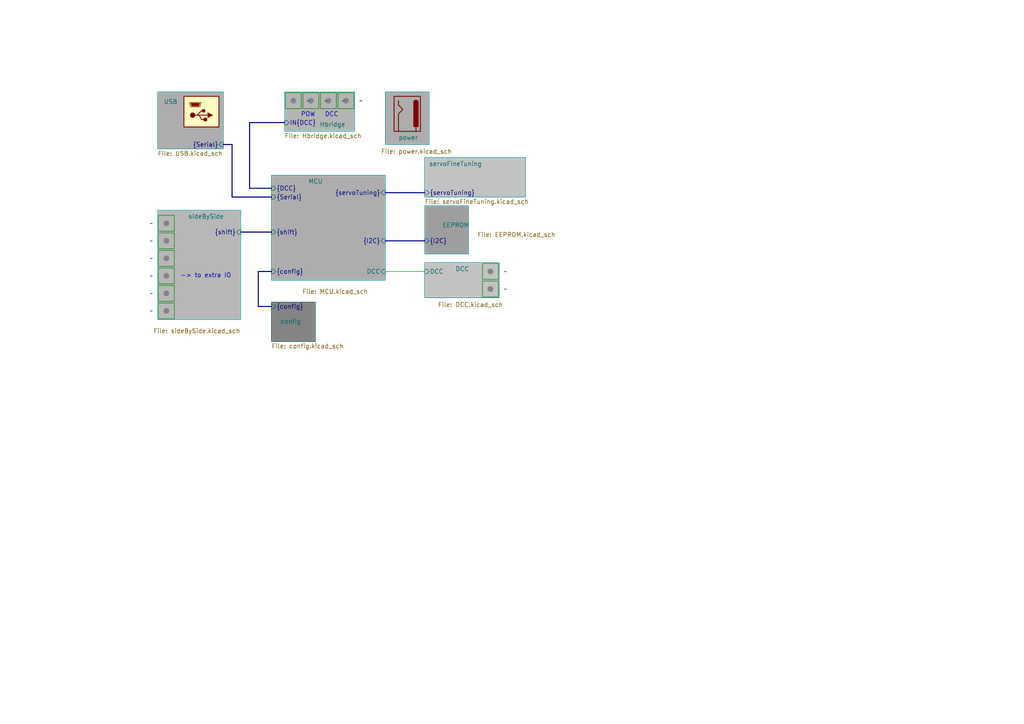
<source format=kicad_sch>
(kicad_sch (version 20231120) (generator "eeschema") (generator_version "8.0")
  (paper "A4")
  (lib_symbols
    (symbol "custom_kicad_lib_sk:Jack_symbolic" (pin_numbers hide) (pin_names (offset 0) hide) (in_bom no) (on_board no)
      (symbol "Jack_symbolic_0_1"
        (arc (start -3.302 3.175) (mid -3.9343 2.54) (end -3.302 1.905) (stroke (width 0.254)))
        (arc (start -3.302 3.175) (mid -3.9343 2.54) (end -3.302 1.905) (stroke (width 0.254)) (fill (type outline)))
        (polyline (pts (xy 5.08 2.54) (xy 3.81 2.54)) (stroke (width 0.254)))
        (polyline (pts (xy -3.81 -2.54) (xy -2.54 -2.54) (xy -1.27 -1.27) (xy 0 -2.54) (xy 2.54 -2.54) (xy 5.08 -2.54)) (stroke (width 0.254)))
        (rectangle (start 3.683 3.175) (end -3.302 1.905) (stroke (width 0.254)) (fill (type outline)))
      )
      (symbol "Jack_symbolic_1_1"
        (rectangle (start -5.08 3.81) (end 5.08 -3.81) (stroke (width 0.254)))
      )
    )
    (symbol "custom_kicad_lib_sk:USB_B_Mini_cosmetic" (pin_names (offset 1.016)) (in_bom no) (on_board no)
      (symbol "USB_B_Mini_cosmetic_0_1"
        (rectangle (start -6.35 7.62) (end 3.81 -1.27) (stroke (width 0.254)) (fill (type background)))
        (circle (center -3.81 2.159) (radius 0.635) (stroke (width 0.254)) (fill (type outline)))
        (circle (center -0.635 3.429) (radius 0.381) (stroke (width 0.254)) (fill (type outline)))
        (polyline (pts (xy -1.905 2.159) (xy 0.635 2.159)) (stroke (width 0.254)))
        (polyline (pts (xy -3.175 2.159) (xy -2.54 2.159) (xy -1.27 3.429) (xy -0.635 3.429)) (stroke (width 0.254)))
        (polyline (pts (xy -2.54 2.159) (xy -1.905 2.159) (xy -1.27 0.889) (xy 0 0.889)) (stroke (width 0.254)))
        (polyline (pts (xy 0.635 2.794) (xy 0.635 1.524) (xy 1.905 2.159) (xy 0.635 2.794)) (stroke (width 0.254)) (fill (type outline)))
        (polyline (pts (xy -4.318 5.588) (xy -1.778 5.588) (xy -2.032 4.826) (xy -4.064 4.826) (xy -4.318 5.588)) (fill (type outline)))
        (polyline (pts (xy -4.699 5.842) (xy -4.699 5.588) (xy -4.445 4.826) (xy -4.445 4.572) (xy -1.651 4.572) (xy -1.651 4.826) (xy -1.397 5.588) (xy -1.397 5.842) (xy -4.699 5.842)))
        (rectangle (start 0.254 1.27) (end -0.508 0.508) (stroke (width 0.254)) (fill (type outline)))
      )
    )
    (symbol "custom_kicad_lib_sk:screwterminal" (pin_numbers hide) (pin_names (offset 0) hide) (in_bom no) (on_board no)
      (symbol "screwterminal_1_1"
        (rectangle (start -2.3 2.3) (end 2.3 -2.3) (stroke (width 0) (color 0 132 0 1)))
        (circle (center 0 0) (radius 0.762) (stroke (width 0) (color 137 143 138 1)) (fill (type color) (color 132 132 132 1)))
      )
    )
  )
  (bus_alias "Lnet" (members "Rx" "Tx"))
  (bus_alias "servoTuning" (members "POT" "BUTTONS"))
  (bus (pts (xy 78.74 54.61) (xy 72.39 54.61)))
  (bus (pts (xy 69.85 67.31) (xy 78.74 67.31)))
  (bus (pts (xy 111.76 69.85) (xy 123.19 69.85)))
  (bus (pts (xy 78.74 78.74) (xy 74.93 78.74)))
  (bus (pts (xy 72.39 54.61) (xy 72.39 35.56)))
  (bus (pts (xy 111.76 55.88) (xy 123.19 55.88)))
  (bus (pts (xy 64.77 41.91) (xy 67.31 41.91)))
  (bus (pts (xy 67.31 41.91) (xy 67.31 57.15)))
  (bus (pts (xy 74.93 78.74) (xy 74.93 88.9)))
  (wire (pts (xy 111.76 78.74) (xy 123.19 78.74)))
  (bus (pts (xy 67.31 57.15) (xy 78.74 57.15)))
  (bus (pts (xy 72.39 35.56) (xy 82.55 35.56)))
  (bus (pts (xy 74.93 88.9) (xy 78.74 88.9)))
  (text "-> to extra IO" (at 59.69 80.01 0) (effects (font (size 1.27 1.27))))
  (text "POW   DCC" (at 92.71 33.274 0) (effects (font (size 1.27 1.27))))
  (symbol (lib_id "custom_kicad_lib_sk:screwterminal") (at 95.25 29.21 0) (unit 1) (in_bom no) (on_board no)
    (property "Reference" "u109" (effects (hide yes)))
    (property "Value" "~" (at 99.06 29.21 0) (effects (justify left)))
  )
  (symbol (lib_id "custom_kicad_lib_sk:screwterminal") (at 85.09 29.21 0) (unit 1) (in_bom no) (on_board no)
    (property "Reference" "u107" (effects (hide yes)))
    (property "Value" "~" (at 88.9 29.21 0) (effects (justify left)))
  )
  (symbol (lib_id "custom_kicad_lib_sk:screwterminal") (at 48.26 74.93 0) (mirror y) (unit 1) (in_bom no) (on_board no)
    (property "Reference" "u103" (effects (hide yes)))
    (property "Value" "~" (at 44.45 74.93 0) (effects (justify left)))
  )
  (symbol (lib_id "custom_kicad_lib_sk:screwterminal") (at 48.26 80.01 0) (mirror y) (unit 1) (in_bom no) (on_board no)
    (property "Reference" "u104" (effects (hide yes)))
    (property "Value" "~" (at 44.45 80.01 0) (effects (justify left)))
  )
  (symbol (lib_id "custom_kicad_lib_sk:screwterminal") (at 48.26 90.17 0) (mirror y) (unit 1) (in_bom no) (on_board no)
    (property "Reference" "u106" (effects (hide yes)))
    (property "Value" "~" (at 44.45 90.17 0) (effects (justify left)))
  )
  (symbol (lib_id "custom_kicad_lib_sk:screwterminal") (at 90.17 29.21 0) (unit 1) (in_bom no) (on_board no)
    (property "Reference" "u108" (effects (hide yes)))
    (property "Value" "~" (at 93.98 29.21 0) (effects (justify left)))
  )
  (symbol (lib_id "custom_kicad_lib_sk:screwterminal") (at 48.26 69.85 0) (mirror y) (unit 1) (in_bom no) (on_board no)
    (property "Reference" "u102" (effects (hide yes)))
    (property "Value" "~" (at 44.45 69.85 0) (effects (justify left)))
  )
  (symbol (lib_id "custom_kicad_lib_sk:screwterminal") (at 100.33 29.21 0) (unit 1) (in_bom no) (on_board no)
    (property "Reference" "u110" (effects (hide yes)))
    (property "Value" "~" (at 104.14 29.21 0) (effects (justify left)))
  )
  (symbol (lib_id "custom_kicad_lib_sk:screwterminal") (at 142.24 78.74 0) (unit 1) (in_bom no) (on_board no)
    (property "Reference" "u111" (effects (hide yes)))
    (property "Value" "~" (at 146.05 78.74 0) (effects (justify left)))
  )
  (symbol (lib_id "custom_kicad_lib_sk:screwterminal") (at 48.26 64.77 0) (mirror y) (unit 1) (in_bom no) (on_board no)
    (property "Reference" "u101" (effects (hide yes)))
    (property "Value" "~" (at 44.45 64.77 0) (effects (justify left)))
  )
  (symbol (lib_id "custom_kicad_lib_sk:screwterminal") (at 48.26 85.09 0) (mirror y) (unit 1) (in_bom no) (on_board no)
    (property "Reference" "u105" (effects (hide yes)))
    (property "Value" "~" (at 44.45 85.09 0) (effects (justify left)))
  )
  (symbol (lib_id "custom_kicad_lib_sk:Jack_symbolic") (at 118.11 33.02 270) (unit 1) (in_bom no) (on_board no)
    (property "Reference" "J102" (effects (hide yes)))
    (property "Value" "Jack-DC" (effects (hide yes)))
    (property "Footprint" "Connector_BarrelJack:BarrelJack_Horizontal" (effects (hide yes)))
    (property "Description" "DC Barrel Jack" (effects (hide yes)))
  )
  (symbol (lib_id "custom_kicad_lib_sk:screwterminal") (at 142.24 83.82 0) (unit 1) (in_bom no) (on_board no)
    (property "Reference" "u112" (effects (hide yes)))
    (property "Value" "~" (at 146.05 83.82 0) (effects (justify left)))
  )
  (symbol (lib_id "custom_kicad_lib_sk:USB_B_Mini_cosmetic") (at 59.69 35.56 0) (unit 1) (in_bom no) (on_board no)
    (property "Reference" "J101" (effects (hide yes)))
    (property "Value" "USB_Mini_cosmetic" (effects (hide yes)))
    (property "Description" "USB Mini Type B connector" (effects (hide yes)))
  )
  (sheet (at 111.76 26.67) (size 12.7 15.24) (stroke (width 0.1524) (color 0 144 148 1)) (fill (color 173 173 173 1.0000))
    (property "Sheetname" "power" (at 115.57 40.64 0) (effects (justify left bottom)))
    (property "Sheetfile" "power.kicad_sch" (at 110.49 43.18 0) (effects (justify left top)))
  )
  (sheet (at 123.19 45.72) (size 29.21 11.43) (stroke (width 0.1524) (color 0 132 132 1)) (fill (color 194 194 194 1.0000))
    (property "Sheetname" "servoFineTuning" (at 124.46 48.26 0) (effects (justify left bottom)))
    (property "Sheetfile" "servoFineTuning.kicad_sch" (at 123.19 57.7346 0) (effects (justify left top)))
    (pin "{servoTuning}" input (at 123.19 55.88 180))
  )
  (sheet (at 45.72 26.67) (size 19.05 16.51) (stroke (width 0.1524) (color 0 144 148 1)) (fill (color 173 173 173 1.0000))
    (property "Sheetname" "USB" (at 47.498 30.226 0) (effects (justify left bottom)))
    (property "Sheetfile" "USB.kicad_sch" (at 45.72 43.7646 0) (effects (justify left top)))
    (pin "{Serial}" input (at 64.77 41.91 0))
  )
  (sheet (at 78.74 50.8) (size 33.02 30.48) (stroke (width 0.1524) (color 0 144 148 1)) (fill (color 173 173 173 1.0000))
    (property "Sheetname" "MCU" (at 89.408 53.34 0) (effects (justify left bottom)))
    (property "Sheetfile" "MCU.kicad_sch" (at 87.63 83.82 0) (effects (justify left top)))
    (pin "{Serial}" input (at 78.74 57.15 180))
    (pin "{DCC}" input (at 78.74 54.61 180))
    (pin "{I2C}" input (at 111.76 69.85 0))
    (pin "{shift}" input (at 78.74 67.31 180))
    (pin "{servoTuning}" input (at 111.76 55.88 0))
    (pin "DCC" input (at 111.76 78.74 0))
    (pin "{config}" input (at 78.74 78.74 180))
  )
  (sheet (at 82.55 26.67) (size 20.32 11.43) (stroke (width 0.1524) (color 0 176 180 1)) (fill (color 180 180 180 1.0000))
    (property "Sheetname" "Hbridge" (at 92.71 36.83 0) (effects (justify left bottom)))
    (property "Sheetfile" "Hbridge.kicad_sch" (at 82.55 38.6846 0) (effects (justify left top)))
    (pin "IN{DCC}" input (at 82.55 35.56 180))
  )
  (sheet (at 78.74 87.63) (size 12.7 11.43) (stroke (width 0.1524) (color 0 72 72 1)) (fill (color 132 132 132 1.0000))
    (property "Sheetname" "config" (at 81.28 93.98 0) (effects (justify left bottom)))
    (property "Sheetfile" "config.kicad_sch" (at 78.74 99.6446 0) (effects (justify left top)))
    (pin "{config}" input (at 78.74 88.9 180))
  )
  (sheet (at 45.72 60.96) (size 24.13 31.75) (stroke (width 0.1524) (color 6 178 181 1)) (fill (color 183 183 183 1.0000))
    (property "Sheetname" "sideBySide" (at 54.61 63.5 0) (effects (justify left bottom)))
    (property "Sheetfile" "sideBySide.kicad_sch" (at 44.45 95.25 0) (effects (justify left top)))
    (pin "{shift}" input (at 69.85 67.31 0))
  )
  (sheet (at 123.19 76.2) (size 21.59 10.16) (stroke (width 0.1524) (color 0 132 132 1)) (fill (color 194 194 194 1.0000))
    (property "Sheetname" "DCC" (at 132.08 78.74 0) (effects (justify left bottom)))
    (property "Sheetfile" "DCC.kicad_sch" (at 127 87.63 0) (effects (justify left top)))
    (pin "DCC" input (at 123.19 78.74 180))
  )
  (sheet (at 123.19 59.69) (size 12.7 13.97) (stroke (width 0.1524) (color 5 158 162 1)) (fill (color 158 158 158 1.0000))
    (property "Sheetname" "EEPROM" (at 128.27 66.04 0) (effects (justify left bottom)))
    (property "Sheetfile" "EEPROM.kicad_sch" (at 138.43 67.31 0) (effects (justify left top)))
    (pin "{I2C}" input (at 123.19 69.85 180))
  )
)
</source>
